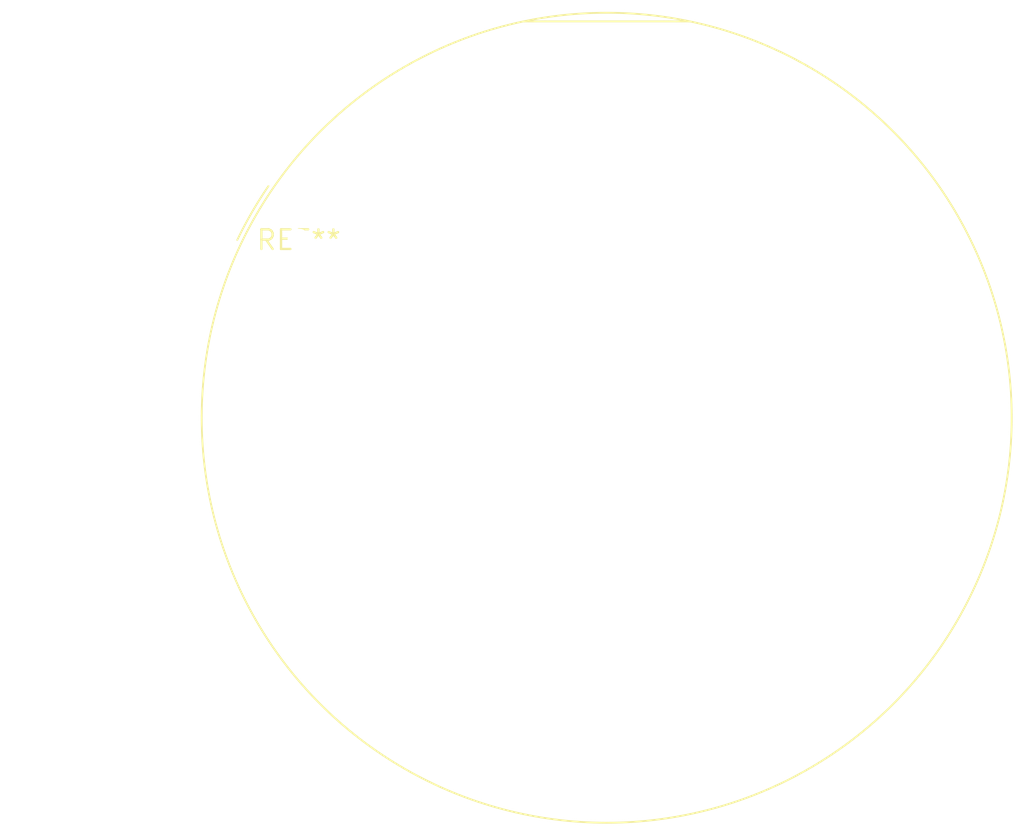
<source format=kicad_pcb>
(kicad_pcb (version 20240108) (generator pcbnew)
  (layers (0 "F.Cu" signal) (31 "B.Cu" signal) (34 "B.Paste" user) (35 "F.Paste" user) (36 "B.SilkS" user "B.Silkscreen") (37 "F.SilkS" user "F.Silkscreen") (38 "B.Mask" user) (39 "F.Mask" user) (44 "Edge.Cuts" user))
  (net 0 "")
  (footprint "L_CommonMode_TDK_B82746S6702A040" (layer "F.Cu") (at 0 0)
    (property "Reference" "REF**")
    (property "Value" "L_CommonMode_TDK_B82746S6702A040")
    (fp_line (start 14.58 -14.14) (end 25.28 -14.14) (layer "F.SilkS") (stroke (width 0.12)))
    (fp_arc (start -3.981416 0) (mid -3.038806 -1.782253) (end -1.963537 -3.487754) (layer "F.SilkS") (stroke (width 0.12)))
    (fp_circle (center 19.918584 11.5) (end 46.118584 11.5) (layer "F.SilkS") (stroke (width 0.12)) (fill none))
    (pad "1" thru_hole roundrect (at 0 0 150) (size 2.5 2.5) (drill 1.45) (layers *.Cu *.Mask) (remove_unused_layers))
    (pad "2" thru_hole circle (at 19.918584 34.5 20) (size 2.5 2.5) (drill 1.45) (layers *.Cu *.Mask) (remove_unused_layers))
    (pad "3" thru_hole circle (at 39.837168 0 260) (size 2.5 2.5) (drill 1.45) (layers *.Cu *.Mask) (remove_unused_layers))
    (pad "4" thru_hole circle (at 26.4718 16.088611 52) (size 2.5 2.5) (drill 1.45) (layers *.Cu *.Mask) (remove_unused_layers))
    (pad "5" thru_hole circle (at 12.668122 14.880946 292) (size 2.5 2.5) (drill 1.45) (layers *.Cu *.Mask) (remove_unused_layers))
    (pad "6" thru_hole circle (at 20.61583 3.530442 172) (size 2.5 2.5) (drill 1.45) (layers *.Cu *.Mask) (remove_unused_layers))
  )
)
</source>
